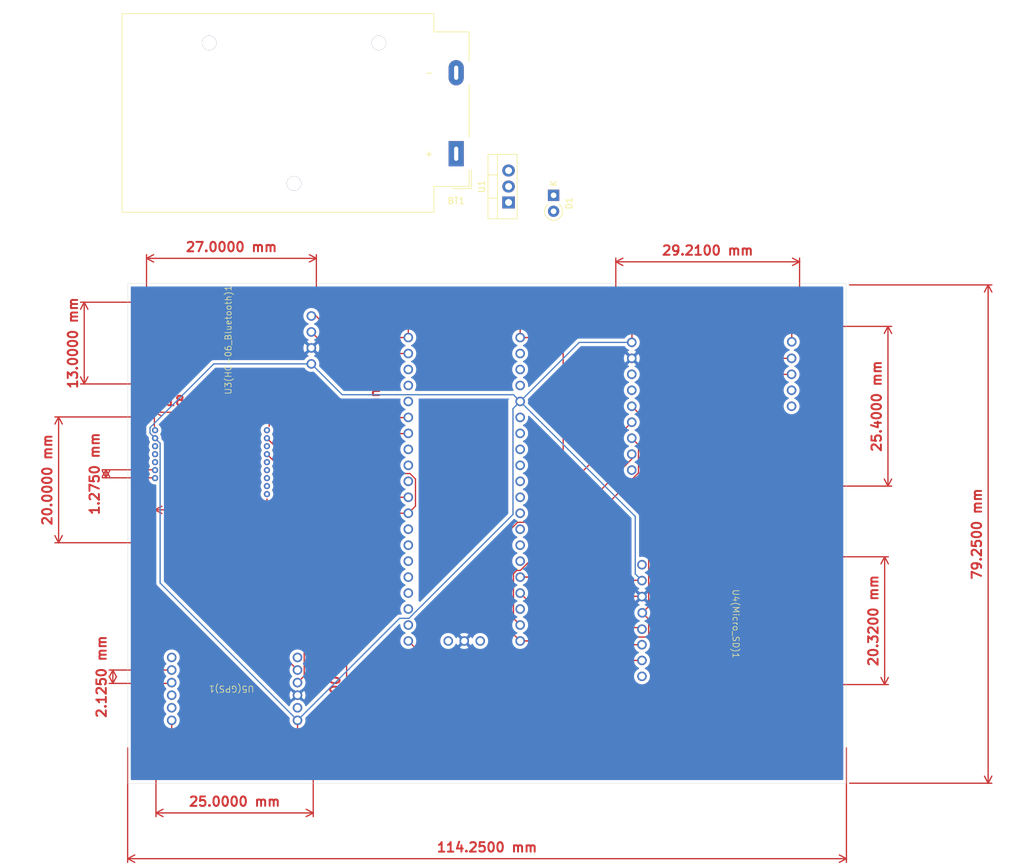
<source format=kicad_pcb>
(kicad_pcb (version 20240108) (generator "pcbnew") (generator_version "8.0")
  (layers (0 "F.Cu" signal) (31 "B.Cu" signal) (34 "B.Paste" user) (35 "F.Paste" user) (36 "B.SilkS" user "B.Silkscreen") (37 "F.SilkS" user "F.Silkscreen") (38 "B.Mask" user) (39 "F.Mask" user) (44 "Edge.Cuts" user))
  (net 0 "")
  (net 10 "GND")
  (net 34 "Net-(U1(RP_PICO)1-GPIO0)")
  (net 38 "Net-(U1(RP_PICO)1-GPIO19)")
  (net 39 "Net-(U1(RP_PICO)1-3V3OUT)")
  (net 41 "Net-(U1(RP_PICO)1-GPIO16)")
  (net 42 "Net-(U1(RP_PICO)1-GPIO18)")
  (net 44 "Net-(U1(RP_PICO)1-GPIO8)")
  (net 53 "Net-(U1(RP_PICO)1-GPIO1)")
  (net 58 "Net-(U1(RP_PICO)1-GPIO17)")
  (net 61 "Net-(U1(RP_PICO)1-GPIO15)")
  (net 70 "Net-(U1(RP_PICO)1-GPIO9)")
  (net 73 "Net-(BT1-+)")
  (net 74 "+5V")
  (net 75 "Net-(D1-K)")
  (footprint "customllbrary:254SD" (layer "F.Cu") (at 167.675 87.65 -90)
    (property "Reference" "U4(Micro_SD)1" (at 0.5 -0.5 -90) (layer "F.SilkS") (effects (font (thickness 0.1))))
    (property "Value" "~")
    (pad "1" thru_hole circle (at -8.9 14.425 270) (size 1.524 1.524) (drill 1) (layers "*.Cu" "*.Mask"))
    (pad "2" thru_hole circle (at -6.375 14.425 270) (size 1.524 1.524) (drill 1) (layers "*.Cu" "*.Mask") (net 39 "Net-(U1(RP_PICO)1-3V3OUT)"))
    (pad "3" thru_hole circle (at -3.825 14.425 270) (size 1.524 1.524) (drill 1) (layers "*.Cu" "*.Mask") (net 10 "GND"))
    (pad "4" thru_hole circle (at -1.25 14.375 270) (size 1.524 1.524) (drill 1) (layers "*.Cu" "*.Mask") (net 42 "Net-(U1(RP_PICO)1-GPIO18)"))
    (pad "5" thru_hole circle (at 1.35 14.425 270) (size 1.524 1.524) (drill 1) (layers "*.Cu" "*.Mask") (net 38 "Net-(U1(RP_PICO)1-GPIO19)"))
    (pad "6" thru_hole circle (at 3.825 14.425 270) (size 1.524 1.524) (drill 1) (layers "*.Cu" "*.Mask") (net 41 "Net-(U1(RP_PICO)1-GPIO16)"))
    (pad "7" thru_hole circle (at 6.325 14.425 270) (size 1.524 1.524) (drill 1) (layers "*.Cu" "*.Mask") (net 61 "Net-(U1(RP_PICO)1-GPIO15)"))
    (pad "8" thru_hole circle (at 8.85 14.425 270) (size 1.524 1.524) (drill 1) (layers "*.Cu" "*.Mask"))
  )
  (footprint "customllbrary:RPpico" (layer "F.Cu") (at 126.27 68.02)
    (property "Reference" "U1(RP_PICO)1" (hide yes))
    (property "Value" "~" (hide yes))
    (pad "1" thru_hole circle (at -10.16 -25.4) (size 1.524 1.524) (drill 1) (layers "*.Cu" "*.Mask") (net 34 "Net-(U1(RP_PICO)1-GPIO0)"))
    (pad "2" thru_hole circle (at -10.16 -22.86) (size 1.524 1.524) (drill 1) (layers "*.Cu" "*.Mask") (net 53 "Net-(U1(RP_PICO)1-GPIO1)"))
    (pad "3" thru_hole circle (at -10.16 -20.32) (size 1.524 1.524) (drill 1) (layers "*.Cu" "*.Mask"))
    (pad "4" thru_hole circle (at -10.16 -17.78) (size 1.524 1.524) (drill 1) (layers "*.Cu" "*.Mask"))
    (pad "5" thru_hole circle (at -10.16 -15.24) (size 1.524 1.524) (drill 1) (layers "*.Cu" "*.Mask"))
    (pad "6" thru_hole circle (at -10.16 -12.7) (size 1.524 1.524) (drill 1) (layers "*.Cu" "*.Mask"))
    (pad "7" thru_hole circle (at -10.16 -10.16) (size 1.524 1.524) (drill 1) (layers "*.Cu" "*.Mask"))
    (pad "8" thru_hole circle (at -10.16 -7.62) (size 1.524 1.524) (drill 1) (layers "*.Cu" "*.Mask"))
    (pad "9" thru_hole circle (at -10.16 -5.08) (size 1.524 1.524) (drill 1) (layers "*.Cu" "*.Mask"))
    (pad "10" thru_hole circle (at -10.16 -2.54) (size 1.524 1.524) (drill 1) (layers "*.Cu" "*.Mask"))
    (pad "11" thru_hole circle (at -10.16 0) (size 1.524 1.524) (drill 1) (layers "*.Cu" "*.Mask") (net 44 "Net-(U1(RP_PICO)1-GPIO8)"))
    (pad "12" thru_hole circle (at -10.16 2.54) (size 1.524 1.524) (drill 1) (layers "*.Cu" "*.Mask") (net 70 "Net-(U1(RP_PICO)1-GPIO9)"))
    (pad "13" thru_hole circle (at -10.16 5.08) (size 1.524 1.524) (drill 1) (layers "*.Cu" "*.Mask"))
    (pad "14" thru_hole circle (at -10.16 7.62) (size 1.524 1.524) (drill 1) (layers "*.Cu" "*.Mask"))
    (pad "15" thru_hole circle (at -10.16 10.16) (size 1.524 1.524) (drill 1) (layers "*.Cu" "*.Mask"))
    (pad "16" thru_hole circle (at -10.16 12.7) (size 1.524 1.524) (drill 1) (layers "*.Cu" "*.Mask"))
    (pad "17" thru_hole circle (at -10.16 15.24) (size 1.524 1.524) (drill 1) (layers "*.Cu" "*.Mask"))
    (pad "18" thru_hole circle (at -10.16 17.78) (size 1.524 1.524) (drill 1) (layers "*.Cu" "*.Mask"))
    (pad "19" thru_hole circle (at -10.16 20.32) (size 1.524 1.524) (drill 1) (layers "*.Cu" "*.Mask"))
    (pad "20" thru_hole circle (at -10.16 22.86) (size 1.524 1.524) (drill 1) (layers "*.Cu" "*.Mask") (net 61 "Net-(U1(RP_PICO)1-GPIO15)"))
    (pad "21" thru_hole circle (at 7.62 22.86) (size 1.524 1.524) (drill 1) (layers "*.Cu" "*.Mask") (net 41 "Net-(U1(RP_PICO)1-GPIO16)"))
    (pad "22" thru_hole circle (at 7.62 20.32) (size 1.524 1.524) (drill 1) (layers "*.Cu" "*.Mask") (net 58 "Net-(U1(RP_PICO)1-GPIO17)"))
    (pad "23" thru_hole circle (at 7.62 17.78) (size 1.524 1.524) (drill 1) (layers "*.Cu" "*.Mask"))
    (pad "24" thru_hole circle (at 7.62 15.24) (size 1.524 1.524) (drill 1) (layers "*.Cu" "*.Mask") (net 42 "Net-(U1(RP_PICO)1-GPIO18)"))
    (pad "25" thru_hole circle (at 7.62 12.7) (size 1.524 1.524) (drill 1) (layers "*.Cu" "*.Mask") (net 38 "Net-(U1(RP_PICO)1-GPIO19)"))
    (pad "26" thru_hole circle (at 7.62 10.16) (size 1.524 1.524) (drill 1) (layers "*.Cu" "*.Mask"))
    (pad "27" thru_hole circle (at 7.62 7.62) (size 1.524 1.524) (drill 1) (layers "*.Cu" "*.Mask"))
    (pad "28" thru_hole circle (at 7.62 5.08) (size 1.524 1.524) (drill 1) (layers "*.Cu" "*.Mask"))
    (pad "29" thru_hole circle (at 7.62 2.54) (size 1.524 1.524) (drill 1) (layers "*.Cu" "*.Mask"))
    (pad "30" thru_hole circle (at 7.62 0) (size 1.524 1.524) (drill 1) (layers "*.Cu" "*.Mask"))
    (pad "31" thru_hole circle (at 7.62 -2.54) (size 1.524 1.524) (drill 1) (layers "*.Cu" "*.Mask"))
    (pad "32" thru_hole circle (at 7.62 -5.08) (size 1.524 1.524) (drill 1) (layers "*.Cu" "*.Mask"))
    (pad "33" thru_hole circle (at 7.62 -7.62) (size 1.524 1.524) (drill 1) (layers "*.Cu" "*.Mask"))
    (pad "34" thru_hole circle (at 7.62 -10.16) (size 1.524 1.524) (drill 1) (layers "*.Cu" "*.Mask"))
    (pad "35" thru_hole circle (at 7.62 -12.7) (size 1.524 1.524) (drill 1) (layers "*.Cu" "*.Mask"))
    (pad "36" thru_hole circle (at 7.62 -15.24) (size 1.524 1.524) (drill 1) (layers "*.Cu" "*.Mask") (net 39 "Net-(U1(RP_PICO)1-3V3OUT)"))
    (pad "37" thru_hole circle (at 7.62 -17.78) (size 1.524 1.524) (drill 1) (layers "*.Cu" "*.Mask"))
    (pad "38" thru_hole circle (at 7.62 -20.32) (size 1.524 1.524) (drill 1) (layers "*.Cu" "*.Mask"))
    (pad "39" thru_hole circle (at 7.62 -22.86) (size 1.524 1.524) (drill 1) (layers "*.Cu" "*.Mask") (net 74 "+5V"))
    (pad "40" thru_hole circle (at 7.62 -25.4) (size 1.524 1.524) (drill 1) (layers "*.Cu" "*.Mask"))
    (pad "41" thru_hole circle (at 1.27 22.86) (size 1.524 1.524) (drill 1) (layers "*.Cu" "*.Mask"))
    (pad "42" thru_hole circle (at -1.27 22.86) (size 1.524 1.524) (drill 1) (layers "*.Cu" "*.Mask") (net 10 "GND"))
    (pad "43" thru_hole circle (at -3.81 22.86) (size 1.524 1.524) (drill 1) (layers "*.Cu" "*.Mask"))
  )
  (footprint "customllbrary:RFM95W" (layer "F.Cu") (at 163.06 53.545372 -90)
    (property "Reference" "U6(RFM95W)1" (hide yes))
    (property "Value" "~" (hide yes))
    (pad "1" thru_hole circle (at -10.16 11.43 270) (size 1.524 1.524) (drill 1) (layers "*.Cu" "*.Mask") (net 39 "Net-(U1(RP_PICO)1-3V3OUT)"))
    (pad "2" thru_hole circle (at -7.62 11.43 270) (size 1.524 1.524) (drill 1) (layers "*.Cu" "*.Mask") (net 10 "GND"))
    (pad "3" thru_hole circle (at -5.08 11.43 270) (size 1.524 1.524) (drill 1) (layers "*.Cu" "*.Mask"))
    (pad "4" thru_hole circle (at -2.54 11.43 270) (size 1.524 1.524) (drill 1) (layers "*.Cu" "*.Mask"))
    (pad "5" thru_hole circle (at 0 11.43 270) (size 1.524 1.524) (drill 1) (layers "*.Cu" "*.Mask") (net 42 "Net-(U1(RP_PICO)1-GPIO18)"))
    (pad "6" thru_hole circle (at 2.54 11.43 270) (size 1.524 1.524) (drill 1) (layers "*.Cu" "*.Mask") (net 41 "Net-(U1(RP_PICO)1-GPIO16)"))
    (pad "7" thru_hole circle (at 5.08 11.43 270) (size 1.524 1.524) (drill 1) (layers "*.Cu" "*.Mask") (net 38 "Net-(U1(RP_PICO)1-GPIO19)"))
    (pad "8" thru_hole circle (at 7.62 11.43 270) (size 1.524 1.524) (drill 1) (layers "*.Cu" "*.Mask") (net 58 "Net-(U1(RP_PICO)1-GPIO17)"))
    (pad "9" thru_hole circle (at 10.16 11.43 270) (size 1.524 1.524) (drill 1) (layers "*.Cu" "*.Mask"))
    (pad "10" thru_hole circle (at -10.25 -14 270) (size 1.524 1.524) (drill 1) (layers "*.Cu" "*.Mask"))
    (pad "11" thru_hole circle (at -7.62 -13.97 270) (size 1.524 1.524) (drill 1) (layers "*.Cu" "*.Mask"))
    (pad "12" thru_hole circle (at -5.08 -13.97 270) (size 1.524 1.524) (drill 1) (layers "*.Cu" "*.Mask"))
    (pad "13" thru_hole circle (at -2.54 -13.97 270) (size 1.524 1.524) (drill 1) (layers "*.Cu" "*.Mask"))
    (pad "14" thru_hole circle (at 0 -13.97 270) (size 1.524 1.524) (drill 1) (layers "*.Cu" "*.Mask"))
  )
  (footprint "customllbrary:PA1010D" (layer "F.Cu") (at 88.5 98.5 180)
    (property "Reference" "U5(GPS)1" (at 0.5 0 180) (layer "F.SilkS") (effects (font (thickness 0.1))))
    (property "Value" "~")
    (pad "1" thru_hole circle (at -10 -5 180) (size 1.524 1.524) (drill 1) (layers "*.Cu" "*.Mask") (net 39 "Net-(U1(RP_PICO)1-3V3OUT)"))
    (pad "2" thru_hole circle (at -10 -3 180) (size 1.524 1.524) (drill 1) (layers "*.Cu" "*.Mask"))
    (pad "3" thru_hole circle (at -10 -1 180) (size 1.524 1.524) (drill 1) (layers "*.Cu" "*.Mask") (net 10 "GND"))
    (pad "4" thru_hole circle (at -10 1 180) (size 1.524 1.524) (drill 1) (layers "*.Cu" "*.Mask") (net 70 "Net-(U1(RP_PICO)1-GPIO9)"))
    (pad "5" thru_hole circle (at -10 3 180) (size 1.524 1.524) (drill 1) (layers "*.Cu" "*.Mask") (net 44 "Net-(U1(RP_PICO)1-GPIO8)"))
    (pad "6" thru_hole circle (at -10 5 180) (size 1.524 1.524) (drill 1) (layers "*.Cu" "*.Mask"))
    (pad "7" thru_hole circle (at 10 5 180) (size 1.524 1.524) (drill 1) (layers "*.Cu" "*.Mask"))
    (pad "8" thru_hole circle (at 10 3 180) (size 1.524 1.524) (drill 1) (layers "*.Cu" "*.Mask"))
    (pad "9" thru_hole circle (at 10 1 180) (size 1.524 1.524) (drill 1) (layers "*.Cu" "*.Mask"))
    (pad "10" thru_hole circle (at 10 -1 180) (size 1.524 1.524) (drill 1) (layers "*.Cu" "*.Mask"))
    (pad "11" thru_hole circle (at 10 -3 180) (size 1.524 1.524) (drill 1) (layers "*.Cu" "*.Mask"))
    (pad "12" thru_hole circle (at 10 -5 180) (size 1.524 1.524) (drill 1) (layers "*.Cu" "*.Mask"))
  )
  (footprint "customllbrary:HC-06" (layer "F.Cu") (at 88 43 90)
    (property "Reference" "U3(HC-06_Bluetooth)1" (at 0 -0.5 90) (layer "F.SilkS") (effects (font (thickness 0.1))))
    (property "Value" "~")
    (pad "1" thru_hole circle (at -3.81 12.7 90) (size 1.524 1.524) (drill 1) (layers "*.Cu" "*.Mask") (net 39 "Net-(U1(RP_PICO)1-3V3OUT)"))
    (pad "2" thru_hole circle (at -1.27 12.7 90) (size 1.524 1.524) (drill 1) (layers "*.Cu" "*.Mask") (net 10 "GND"))
    (pad "3" thru_hole circle (at 1.27 12.7 90) (size 1.524 1.524) (drill 1) (layers "*.Cu" "*.Mask") (net 53 "Net-(U1(RP_PICO)1-GPIO1)"))
    (pad "4" thru_hole circle (at 3.81 12.7 90) (size 1.524 1.524) (drill 1) (layers "*.Cu" "*.Mask") (net 34 "Net-(U1(RP_PICO)1-GPIO0)"))
  )
  (footprint "Battery:BatteryHolder_MPD_BA9VPC_1xPP3" (layer "F.Cu") (at 123.72 13.385 180)
    (property "Reference" "BT1" (at 0 -7.5 0) (layer "F.SilkS"))
    (property "Value" "9V")
    (fp_line (start 53.1 22.28) (end 53.1 -9.31) (stroke (width 0.12)) (layer "F.SilkS"))
    (fp_line (start 53.1 22.28) (end 3.54 22.28) (stroke (width 0.12)) (layer "F.SilkS"))
    (fp_line (start 53.1 -9.31) (end 3.54 -9.31) (stroke (width 0.12)) (layer "F.SilkS"))
    (fp_line (start 3.54 22.28) (end 3.54 19.38) (stroke (width 0.12)) (layer "F.SilkS"))
    (fp_line (start 3.54 19.38) (end -2.06 19.38) (stroke (width 0.12)) (layer "F.SilkS"))
    (fp_line (start 3.54 -5.21) (end -2.06 -5.21) (stroke (width 0.12)) (layer "F.SilkS"))
    (fp_line (start 3.54 -9.31) (end 3.54 -5.21) (stroke (width 0.12)) (layer "F.SilkS"))
    (fp_line (start -2.06 19.38) (end -2.06 14.7) (stroke (width 0.12)) (layer "F.SilkS"))
    (fp_line (start -2.06 2.65) (end -2.06 11) (stroke (width 0.12)) (layer "F.SilkS"))
    (fp_line (start -2.06 -5.21) (end -2.06 -2.65) (stroke (width 0.12)) (layer "F.SilkS"))
    (fp_line (start -2.4 -5.55) (end 0.6 -5.55) (stroke (width 0.12)) (layer "F.SilkS"))
    (fp_line (start -2.4 -5.55) (end -2.4 -2.55) (stroke (width 0.12)) (layer "F.SilkS"))
    (fp_text user "-" (at 3.6 12.88 0) (layer "F.SilkS") (effects (justify right)))
    (fp_text user "+" (at 3.6 0 0) (layer "F.SilkS") (effects (justify right)))
    (pad "" np_thru_hole circle (at 12.29 17.62 180) (size 2.3 2.3) (drill 2.29) (layers "*.Cu" "*.Mask"))
    (pad "" np_thru_hole circle (at 25.78 -4.73 180) (size 2.3 2.3) (drill 2.29) (layers "*.Cu" "*.Mask"))
    (pad "" np_thru_hole circle (at 39.26 17.62 180) (size 2.3 2.3) (drill 2.29) (layers "*.Cu" "*.Mask"))
    (pad "1" thru_hole rect (at 0 0 180) (size 2.41 4.02) (drill oval 0.66 2.27) (layers "*.Cu" "*.Mask") (net 73 "Net-(BT1-+)"))
    (pad "2" thru_hole oval (at 0 12.88 180) (size 2.41 4.02) (drill oval 0.66 2.27) (layers "*.Cu" "*.Mask") (net 10 "GND"))
  )
  (footprint "customllbrary:BNO055" (layer "F.Cu") (at 84.75 66.25)
    (property "Reference" "U2(BNO055_IMU)1" (hide yes))
    (property "Value" "~" (hide yes))
    (pad "1" thru_hole circle (at -8.89 -8.89) (size 1 1) (drill 0.5) (layers "*.Cu" "*.Mask"))
    (pad "2" thru_hole circle (at -8.89 -7.62) (size 1 1) (drill 0.5) (layers "*.Cu" "*.Mask") (net 39 "Net-(U1(RP_PICO)1-3V3OUT)"))
    (pad "3" thru_hole circle (at -8.89 -6.35) (size 1 1) (drill 0.5) (layers "*.Cu" "*.Mask") (net 10 "GND"))
    (pad "4" thru_hole circle (at -8.89 -5.08) (size 1 1) (drill 0.5) (layers "*.Cu" "*.Mask"))
    (pad "5" thru_hole circle (at -8.89 -3.81) (size 1 1) (drill 0.5) (layers "*.Cu" "*.Mask"))
    (pad "6" thru_hole circle (at -8.89 -2.54) (size 1 1) (drill 0.5) (layers "*.Cu" "*.Mask"))
    (pad "7" thru_hole circle (at -8.89 -1.27) (size 1 1) (drill 0.5) (layers "*.Cu" "*.Mask"))
    (pad "8" thru_hole circle (at 8.89 1.27) (size 1 1) (drill 0.5) (layers "*.Cu" "*.Mask"))
    (pad "9" thru_hole circle (at 8.89 0) (size 1 1) (drill 0.5) (layers "*.Cu" "*.Mask"))
    (pad "10" thru_hole circle (at 8.89 -1.27) (size 1 1) (drill 0.5) (layers "*.Cu" "*.Mask"))
    (pad "11" thru_hole circle (at 8.89 -2.54) (size 1 1) (drill 0.5) (layers "*.Cu" "*.Mask"))
    (pad "12" thru_hole circle (at 8.89 -3.81) (size 1 1) (drill 0.5) (layers "*.Cu" "*.Mask"))
    (pad "13" thru_hole circle (at 8.89 -5.08) (size 1 1) (drill 0.5) (layers "*.Cu" "*.Mask") (net 44 "Net-(U1(RP_PICO)1-GPIO8)"))
    (pad "14" thru_hole circle (at 8.89 -6.35) (size 1 1) (drill 0.5) (layers "*.Cu" "*.Mask"))
    (pad "15" thru_hole circle (at 8.89 -7.62) (size 1 1) (drill 0.5) (layers "*.Cu" "*.Mask") (net 70 "Net-(U1(RP_PICO)1-GPIO9)"))
    (pad "16" thru_hole circle (at 8.89 -8.89) (size 1 1) (drill 0.5) (layers "*.Cu" "*.Mask"))
  )
  (footprint "Package_TO_SOT_THT:TO-220-3_Vertical" (layer "F.Cu") (at 132.045 21.14 90)
    (property "Reference" "U1" (at 2.54 -4.27 90) (layer "F.SilkS"))
    (property "Value" "LM7824_TO220")
    (fp_line (start 7.66 -3.27) (end 7.66 1.371) (stroke (width 0.12)) (layer "F.SilkS"))
    (fp_line (start 4.391 -3.27) (end 4.391 -1.76) (stroke (width 0.12)) (layer "F.SilkS"))
    (fp_line (start 0.69 -3.27) (end 0.69 -1.76) (stroke (width 0.12)) (layer "F.SilkS"))
    (fp_line (start -2.58 -3.27) (end 7.66 -3.27) (stroke (width 0.12)) (layer "F.SilkS"))
    (fp_line (start -2.58 -3.27) (end -2.58 1.371) (stroke (width 0.12)) (layer "F.SilkS"))
    (fp_line (start -2.58 -1.76) (end 7.66 -1.76) (stroke (width 0.12)) (layer "F.SilkS"))
    (fp_line (start -2.58 1.371) (end 7.66 1.371) (stroke (width 0.12)) (layer "F.SilkS"))
    (pad "1" thru_hole rect (at 0 0 90) (size 1.905 2) (drill 1.1) (layers "*.Cu" "*.Mask") (net 73 "Net-(BT1-+)"))
    (pad "2" thru_hole oval (at 2.54 0 90) (size 1.905 2) (drill 1.1) (layers "*.Cu" "*.Mask") (net 10 "GND"))
    (pad "3" thru_hole oval (at 5.08 0 90) (size 1.905 2) (drill 1.1) (layers "*.Cu" "*.Mask") (net 75 "Net-(D1-K)"))
  )
  (footprint "Diode_THT:D_A-405_P2.54mm_Vertical_KathodeUp" (layer "F.Cu") (at 139.2 20 -90)
    (property "Reference" "D1" (at 1.27 -2.47 90) (layer "F.SilkS"))
    (property "Value" "D_Schottky")
    (fp_arc (start 1.426761 -0.9) (mid 3.970816 -0.045469) (end 1.48615 0.968866) (stroke (width 0.12)) (layer "F.SilkS"))
    (fp_text user "K" (at -1.9 0 90) (layer "F.SilkS"))
    (pad "1" thru_hole rect (at 0 0 270) (size 1.8 1.8) (drill 0.9) (layers "*.Cu" "*.Mask") (net 75 "Net-(D1-K)"))
    (pad "2" thru_hole oval (at 2.54 0 270) (size 1.8 1.8) (drill 0.9) (layers "*.Cu" "*.Mask") (net 74 "+5V"))
  )
  (gr_rect (start 71.5 34) (end 185.75 113.5) (stroke (width 0.05)) (fill none) (layer "Edge.Cuts"))
  (dimension (type aligned) (layer "F.Cu") (pts (xy 75.75 57.25) (xy 94 57.25)) (height -2.75) (gr_text "18.2500 mm" (at 84.875 52.7 0) (layer "F.Cu") (effects (font (size 1.5 1.5) (thickness 0.3)))) (format (prefix "") (suffix "") (units 3) (units_format 1) (precision 4)) (style (thickness 0.2) (arrow_length 1.27) (text_position_mode 0) (extension_height 0.58642) (extension_offset 0.5) keep_text_aligned))
  (dimension (type aligned) (layer "F.Cu") (pts (xy 78.5 103.75) (xy 98.5 103.75)) (height 3.5) (gr_text "20.0000 mm" (at 88.5 105.45 0) (layer "F.Cu") (effects (font (size 1.5 1.5) (thickness 0.3)))) (format (prefix "") (suffix "") (units 3) (units_format 1) (precision 4)) (style (thickness 0.2) (arrow_length 1.27) (text_position_mode 0) (extension_height 0.58642) (extension_offset 0.5) keep_text_aligned))
  (dimension (type aligned) (layer "F.Cu") (pts (xy 116.1 55.35) (xy 116.1 57.9)) (height 3.5) (gr_text "2.5500 mm" (at 110.8 56.625 90) (layer "F.Cu") (effects (font (size 1.5 1.5) (thickness 0.3)))) (format (prefix "") (suffix "") (units 3) (units_format 1) (precision 4)) (style (thickness 0.2) (arrow_length 1.27) (text_position_mode 0) (extension_height 0.58642) (extension_offset 0.5) keep_text_aligned))
  (dimension (type aligned) (layer "F.Cu") (pts (xy 75.825 63.65) (xy 75.825 64.925)) (height 7.775) (gr_text "1.2750 mm" (at 66.25 64.2875 90) (layer "F.Cu") (effects (font (size 1.5 1.5) (thickness 0.3)))) (format (prefix "") (suffix "") (units 3) (units_format 1) (precision 4)) (style (thickness 0.2) (arrow_length 1.27) (text_position_mode 0) (extension_height 0.58642) (extension_offset 0.5) keep_text_aligned))
  (dimension (type aligned) (layer "F.Cu") (pts (xy 151.66 43.295372) (xy 177.06 43.295372)) (height -4.545372) (gr_text "25.4000 mm" (at 164.36 36.95 0) (layer "F.Cu") (effects (font (size 1.5 1.5) (thickness 0.3)))) (format (prefix "") (suffix "") (units 3) (units_format 1) (precision 4)) (style (thickness 0.2) (arrow_length 1.27) (text_position_mode 0) (extension_height 0.58642) (extension_offset 0.5) keep_text_aligned))
  (dimension (type aligned) (layer "F.Cu") (pts (xy 116.11 42.62) (xy 133.89 42.62)) (height -2.62) (gr_text "17.7800 mm" (at 125 38.2 0) (layer "F.Cu") (effects (font (size 1.5 1.5) (thickness 0.3)))) (format (prefix "") (suffix "") (units 3) (units_format 1) (precision 4)) (style (thickness 0.2) (arrow_length 1.27) (text_position_mode 0) (extension_height 0.58642) (extension_offset 0.5) keep_text_aligned))
  (dimension (type orthogonal) (layer "F.Cu") (pts (xy 153.2 81.225) (xy 153.2 83.775)) (height -3.75) (orientation 1) (gr_text "2.5500 mm" (at 147.65 82.5 90) (layer "F.Cu") (effects (font (size 1.5 1.5) (thickness 0.3)))) (format (prefix "") (suffix "") (units 3) (units_format 1) (precision 4)) (style (thickness 0.2) (arrow_length 1.27) (text_position_mode 0) (extension_height 0.58642) (extension_offset 0.5) keep_text_aligned))
  (dimension (type orthogonal) (layer "F.Cu") (pts (xy 133.89 42.62) (xy 133.89 90.88)) (height 6.835) (orientation 1) (gr_text "48.2600 mm" (at 138.925 66.75 90) (layer "F.Cu") (effects (font (size 1.5 1.5) (thickness 0.3)))) (format (prefix "") (suffix "") (units 3) (units_format 1) (precision 4)) (style (thickness 0.2) (arrow_length 1.27) (text_position_mode 0) (extension_height 0.58642) (extension_offset 0.5) keep_text_aligned))
  (dimension (type orthogonal) (layer "F.Cu") (pts (xy 78.45 95.5) (xy 78.45 97.625)) (height -9.3) (orientation 1) (gr_text "2.1250 mm" (at 67.35 96.5625 90) (layer "F.Cu") (effects (font (size 1.5 1.5) (thickness 0.3)))) (format (prefix "") (suffix "") (units 3) (units_format 1) (precision 4)) (style (thickness 0.2) (arrow_length 1.27) (text_position_mode 0) (extension_height 0.58642) (extension_offset 0.5) keep_text_aligned))
  (dimension (type orthogonal) (layer "F.Cu") (pts (xy 183.55 97.81) (xy 151.8 97.81)) (height 5.565) (orientation 0) (gr_text "31.7500 mm" (at 167.675 101.575 0) (layer "F.Cu") (effects (font (size 1.5 1.5) (thickness 0.3)))) (format (prefix "") (suffix "") (units 3) (units_format 1) (precision 4)) (style (thickness 0.2) (arrow_length 1.27) (text_position_mode 0) (extension_height 0.58642) (extension_offset 0.5) keep_text_aligned))
  (dimension (type orthogonal) (layer "F.Cu") (pts (xy 178.3 66.245372) (xy 178.3 40.845372)) (height 14.05) (orientation 1) (gr_text "25.4000 mm" (at 190.55 53.545372 90) (layer "F.Cu") (effects (font (size 1.5 1.5) (thickness 0.3)))) (format (prefix "") (suffix "") (units 3) (units_format 1) (precision 4)) (style (thickness 0.2) (arrow_length 1.27) (text_position_mode 0) (extension_height 0.58642) (extension_offset 0.5) keep_text_aligned))
  (dimension (type orthogonal) (layer "F.Cu") (pts (xy 177.075 45.925) (xy 177.075 48.475)) (height -4.05) (orientation 1) (gr_text "2.5500 mm" (at 171.225 47.2 90) (layer "F.Cu") (effects (font (size 1.5 1.5) (thickness 0.3)))) (format (prefix "") (suffix "") (units 3) (units_format 1) (precision 4)) (style (thickness 0.2) (arrow_length 1.27) (text_position_mode 0) (extension_height 0.58642) (extension_offset 0.5) keep_text_aligned))
  (dimension (type orthogonal) (layer "F.Cu") (pts (xy 185.75 107.375) (xy 71.5 107.375)) (height 18.125) (orientation 0) (gr_text "114.2500 mm" (at 128.625 123.7 0) (layer "F.Cu") (effects (font (size 1.5 1.5) (thickness 0.3)))) (format (prefix "") (suffix "") (units 3) (units_format 1) (precision 4)) (style (thickness 0.2) (arrow_length 1.27) (text_position_mode 0) (extension_height 0.58642) (extension_offset 0.5) keep_text_aligned))
  (dimension (type orthogonal) (layer "F.Cu") (pts (xy 101 111) (xy 76 111)) (height 7.225) (orientation 0) (gr_text "25.0000 mm" (at 88.5 116.425 0) (layer "F.Cu") (effects (font (size 1.5 1.5) (thickness 0.3)))) (format (prefix "") (suffix "") (units 3) (units_format 1) (precision 4)) (style (thickness 0.2) (arrow_length 1.27) (text_position_mode 0) (extension_height 0.58642) (extension_offset 0.5) keep_text_aligned))
  (dimension (type orthogonal) (layer "F.Cu") (pts (xy 74.5 37) (xy 74.5 50)) (height -9.9) (orientation 1) (gr_text "13.0000 mm" (at 62.8 43.5 90) (layer "F.Cu") (effects (font (size 1.5 1.5) (thickness 0.3)))) (format (prefix "") (suffix "") (units 3) (units_format 1) (precision 4)) (style (thickness 0.2) (arrow_length 1.27) (text_position_mode 0) (extension_height 0.58642) (extension_offset 0.5) keep_text_aligned))
  (dimension (type orthogonal) (layer "F.Cu") (pts (xy 185.75 34.25) (xy 185.75 113.5)) (height 22.525) (orientation 1) (gr_text "79.2500 mm" (at 206.475 73.875 90) (layer "F.Cu") (effects (font (size 1.5 1.5) (thickness 0.3)))) (format (prefix "") (suffix "") (units 3) (units_format 1) (precision 4)) (style (thickness 0.2) (arrow_length 1.27) (text_position_mode 0) (extension_height 0.58642) (extension_offset 0.5) keep_text_aligned))
  (dimension (type orthogonal) (layer "F.Cu") (pts (xy 73.75 55.25) (xy 73.75 75.25)) (height -13.225) (orientation 1) (gr_text "20.0000 mm" (at 58.725 65.25 90) (layer "F.Cu") (effects (font (size 1.5 1.5) (thickness 0.3)))) (format (prefix "") (suffix "") (units 3) (units_format 1) (precision 4)) (style (thickness 0.2) (arrow_length 1.27) (text_position_mode 0) (extension_height 0.58642) (extension_offset 0.5) keep_text_aligned))
  (dimension (type orthogonal) (layer "F.Cu") (pts (xy 149.09 40.845372) (xy 178.3 40.845372)) (height -10.270372) (orientation 0) (gr_text "29.2100 mm" (at 163.695 28.775 0) (layer "F.Cu") (effects (font (size 1.5 1.5) (thickness 0.3)))) (format (prefix "") (suffix "") (units 3) (units_format 1) (precision 4)) (style (thickness 0.2) (arrow_length 1.27) (text_position_mode 0) (extension_height 0.58642) (extension_offset 0.5) keep_text_aligned))
  (dimension (type orthogonal) (layer "F.Cu") (pts (xy 101.5 37) (xy 74.5 37)) (height -6.975) (orientation 0) (gr_text "27.0000 mm" (at 88 28.225 0) (layer "F.Cu") (effects (font (size 1.5 1.5) (thickness 0.3)))) (format (prefix "") (suffix "") (units 3) (units_format 1) (precision 4)) (style (thickness 0.2) (arrow_length 1.27) (text_position_mode 0) (extension_height 0.58642) (extension_offset 0.5) keep_text_aligned))
  (dimension (type orthogonal) (layer "F.Cu") (pts (xy 101 86) (xy 101 111)) (height 5.3) (orientation 1) (gr_text "25.0000 mm" (at 104.5 98.5 90) (layer "F.Cu") (effects (font (size 1.5 1.5) (thickness 0.3)))) (format (prefix "") (suffix "") (units 3) (units_format 1) (precision 4)) (style (thickness 0.2) (arrow_length 1.27) (text_position_mode 0) (extension_height 0.58642) (extension_offset 0.5) keep_text_aligned))
  (dimension (type orthogonal) (layer "F.Cu") (pts (xy 183.55 77.49) (xy 183.55 97.81)) (height 8.275) (orientation 1) (gr_text "20.3200 mm" (at 190.025 87.65 90) (layer "F.Cu") (effects (font (size 1.5 1.5) (thickness 0.3)))) (format (prefix "") (suffix "") (units 3) (units_format 1) (precision 4)) (style (thickness 0.2) (arrow_length 1.27) (text_position_mode 0) (extension_height 0.58642) (extension_offset 0.5) keep_text_aligned))
  (dimension (type orthogonal) (layer "F.Cu") (pts (xy 93.65 67.8) (xy 75.825 67.8)) (height 2.225) (orientation 0) (gr_text "17.8250 mm" (at 84.7375 68.225 0) (layer "F.Cu") (effects (font (size 1.5 1.5) (thickness 0.3)))) (format (prefix "") (suffix "") (units 3) (units_format 1) (precision 4)) (style (thickness 0.2) (arrow_length 1.27) (text_position_mode 0) (extension_height 0.58642) (extension_offset 0.5) keep_text_aligned))
  (segment (start 100.7 39.19) (end 101.44 39.19) (width 0.2) (layer "F.Cu") (net 34))
  (segment (start 104.87 42.62) (end 116.11 42.62) (width 0.2) (layer "F.Cu") (net 34))
  (segment (start 101.44 39.19) (end 104.87 42.62) (width 0.2) (layer "F.Cu") (net 34))
  (segment (start 153.25 88.75) (end 144.5 88.75) (width 0.2) (layer "F.Cu") (net 38))
  (segment (start 144.5 88.75) (end 136.47 80.72) (width 0.2) (layer "F.Cu") (net 38))
  (segment (start 152.692 64.145267) (end 136.117267 80.72) (width 0.2) (layer "F.Cu") (net 38))
  (segment (start 136.117267 80.72) (end 133.89 80.72) (width 0.2) (layer "F.Cu") (net 38))
  (segment (start 151.63 58.625372) (end 152.692 59.687372) (width 0.2) (layer "F.Cu") (net 38))
  (segment (start 136.47 80.72) (end 133.89 80.72) (width 0.2) (layer "F.Cu") (net 38))
  (segment (start 152.692 59.687372) (end 152.692 64.145267) (width 0.2) (layer "F.Cu") (net 38))
  (segment (start 153.25 89) (end 153.25 88.75) (width 0.2) (layer "F.Cu") (net 38))
  (segment (start 114.722 87.278) (end 116.222 87.278) (width 0.2) (layer "B.Cu") (net 39))
  (segment (start 116.222 87.278) (end 132.75 70.75) (width 0.2) (layer "B.Cu") (net 39))
  (segment (start 143.284628 43.385372) (end 133.89 52.78) (width 0.2) (layer "B.Cu") (net 39))
  (segment (start 152.188 71.078) (end 133.89 52.78) (width 0.2) (layer "B.Cu") (net 39))
  (segment (start 76.66 81.66) (end 98.5 103.5) (width 0.2) (layer "B.Cu") (net 39))
  (segment (start 151.63 43.385372) (end 143.284628 43.385372) (width 0.2) (layer "B.Cu") (net 39))
  (segment (start 85.19 46.81) (end 100.7 46.81) (width 0.2) (layer "B.Cu") (net 39))
  (segment (start 75.06 57.83) (end 75.06 56.94) (width 0.2) (layer "B.Cu") (net 39))
  (segment (start 75.06 56.94) (end 85.19 46.81) (width 0.2) (layer "B.Cu") (net 39))
  (segment (start 75.86 58.63) (end 75.06 57.83) (width 0.2) (layer "B.Cu") (net 39))
  (segment (start 132.75 70.75) (end 132.75 53.92) (width 0.2) (layer "B.Cu") (net 39))
  (segment (start 153.25 81.275) (end 152.188 80.213) (width 0.2) (layer "B.Cu") (net 39))
  (segment (start 100.7 46.81) (end 105.608 51.718) (width 0.2) (layer "B.Cu") (net 39))
  (segment (start 152.188 80.213) (end 152.188 71.078) (width 0.2) (layer "B.Cu") (net 39))
  (segment (start 132.828 51.718) (end 133.89 52.78) (width 0.2) (layer "B.Cu") (net 39))
  (segment (start 98.5 103.5) (end 114.722 87.278) (width 0.2) (layer "B.Cu") (net 39))
  (segment (start 76.66 59.43) (end 76.66 81.66) (width 0.2) (layer "B.Cu") (net 39))
  (segment (start 75.86 58.63) (end 76.66 59.43) (width 0.2) (layer "B.Cu") (net 39))
  (segment (start 105.608 51.718) (end 132.828 51.718) (width 0.2) (layer "B.Cu") (net 39))
  (segment (start 132.75 53.92) (end 133.89 52.78) (width 0.2) (layer "B.Cu") (net 39))
  (segment (start 132.25 89.24) (end 133.89 90.88) (width 0.2) (layer "F.Cu") (net 41))
  (segment (start 145.25 91.475) (end 144.655 90.88) (width 0.2) (layer "F.Cu") (net 41))
  (segment (start 151.63 56.085372) (end 135.715372 72) (width 0.2) (layer "F.Cu") (net 41))
  (segment (start 135.715372 72) (end 133.488105 72) (width 0.2) (layer "F.Cu") (net 41))
  (segment (start 144.655 90.88) (end 133.89 90.88) (width 0.2) (layer "F.Cu") (net 41))
  (segment (start 145.25 91.475) (end 145.046895 91.475) (width 0.2) (layer "F.Cu") (net 41))
  (segment (start 153.25 91.475) (end 145.25 91.475) (width 0.2) (layer "F.Cu") (net 41))
  (segment (start 132.25 73.238105) (end 132.25 89.24) (width 0.2) (layer "F.Cu") (net 41))
  (segment (start 133.488105 72) (end 132.25 73.238105) (width 0.2) (layer "F.Cu") (net 41))
  (segment (start 154.312 85.388) (end 153.3 86.4) (width 0.2) (layer "F.Cu") (net 42))
  (segment (start 154.312 87.412) (end 154.312 89.938) (width 0.2) (layer "F.Cu") (net 42))
  (segment (start 151.63 53.545372) (end 154.312 56.227372) (width 0.2) (layer "F.Cu") (net 42))
  (segment (start 154.312 89.938) (end 154 90.25) (width 0.2) (layer "F.Cu") (net 42))
  (segment (start 154 90.25) (end 140.88 90.25) (width 0.2) (layer "F.Cu") (net 42))
  (segment (start 140.88 90.25) (end 133.89 83.26) (width 0.2) (layer "F.Cu") (net 42))
  (segment (start 153.3 86.4) (end 154.312 87.412) (width 0.2) (layer "F.Cu") (net 42))
  (segment (start 154.312 56.227372) (end 154.312 85.388) (width 0.2) (layer "F.Cu") (net 42))
  (segment (start 93.64 61.17) (end 100.49 68.02) (width 0.2) (layer "F.Cu") (net 44))
  (segment (start 105.25 68.02) (end 116.11 68.02) (width 0.2) (layer "F.Cu") (net 44))
  (segment (start 95.61 77.39) (end 104.98 68.02) (width 0.2) (layer "F.Cu") (net 44))
  (segment (start 104.98 68.02) (end 105.25 68.02) (width 0.2) (layer "F.Cu") (net 44))
  (segment (start 98.5 95.5) (end 95.58 92.58) (width 0.2) (layer "F.Cu") (net 44))
  (segment (start 95.58 77.39) (end 95.61 77.39) (width 0.2) (layer "F.Cu") (net 44))
  (segment (start 100.49 68.02) (end 105.25 68.02) (width 0.2) (layer "F.Cu") (net 44))
  (segment (start 95.58 92.58) (end 95.58 77.39) (width 0.2) (layer "F.Cu") (net 44))
  (segment (start 100.7 41.73) (end 104.13 45.16) (width 0.2) (layer "F.Cu") (net 53))
  (segment (start 104.13 45.16) (end 116.11 45.16) (width 0.2) (layer "F.Cu") (net 53))
  (segment (start 151.63 61.165372) (end 151.63 61.941895) (width 0.2) (layer "F.Cu") (net 58))
  (segment (start 132.828 80.172) (end 132.828 87.278) (width 0.2) (layer "F.Cu") (net 58))
  (segment (start 132.828 87.278) (end 133.89 88.34) (width 0.2) (layer "F.Cu") (net 58))
  (segment (start 133.342 79.658) (end 132.828 80.172) (width 0.2) (layer "F.Cu") (net 58))
  (segment (start 133.913895 79.658) (end 133.342 79.658) (width 0.2) (layer "F.Cu") (net 58))
  (segment (start 151.63 61.941895) (end 133.913895 79.658) (width 0.2) (layer "F.Cu") (net 58))
  (segment (start 119.205 93.975) (end 116.11 90.88) (width 0.2) (layer "F.Cu") (net 61))
  (segment (start 153.25 93.975) (end 119.205 93.975) (width 0.2) (layer "F.Cu") (net 61))
  (segment (start 99.26 64.25) (end 116.381895 64.25) (width 0.2) (layer "F.Cu") (net 70))
  (segment (start 93.64 58.63) (end 99.26 64.25) (width 0.2) (layer "F.Cu") (net 70))
  (segment (start 98.5 97.5) (end 99.562 96.438) (width 0.2) (layer "F.Cu") (net 70))
  (segment (start 98.12 77.39) (end 104.95 70.56) (width 0.2) (layer "F.Cu") (net 70))
  (segment (start 116.381895 64.25) (end 117.25 65.118105) (width 0.2) (layer "F.Cu") (net 70))
  (segment (start 99.562 78.832) (end 98.12 77.39) (width 0.2) (layer "F.Cu") (net 70))
  (segment (start 117.25 69.42) (end 116.11 70.56) (width 0.2) (layer "F.Cu") (net 70))
  (segment (start 117.25 65.118105) (end 117.25 69.42) (width 0.2) (layer "F.Cu") (net 70))
  (segment (start 104.95 70.56) (end 116.11 70.56) (width 0.2) (layer "F.Cu") (net 70))
  (segment (start 99.562 96.438) (end 99.562 78.832) (width 0.2) (layer "F.Cu") (net 70))
  (segment (start 98.5 97.5) (end 98.5 97.25) (width 0.2) (layer "F.Cu") (net 70))
  (zone (net 10) (net_name "GND") (layer "B.Cu") (priority 1) (connect_pads (clearance 0.5)) (min_thickness 0.25) (fill yes (thermal_gap 0.5) (thermal_bridge_width 0.5))
    (polygon (pts (xy 132.25 52.25) (xy 117.75 52.25) (xy 117.75 84.5) (xy 118 84.75) (xy 132 70.75) (xy 132 52.5) (xy 131.75 52.25) (xy 132 52.5)))
  )
  (zone (net 10) (net_name "GND") (layer "B.Cu") (connect_pads (clearance 0.5)) (min_thickness 0.25) (fill yes (thermal_gap 0.5) (thermal_bridge_width 0.5))
    (polygon (pts (xy 185.5 34) (xy 71.5 34) (xy 71.5 113.5) (xy 185.75 113.5) (xy 185.75 34.25)))
  )
)
</source>
